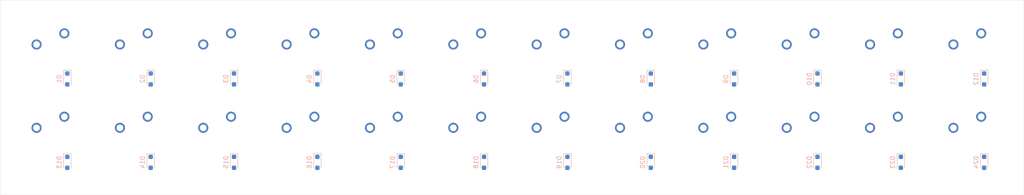
<source format=kicad_pcb>
(kicad_pcb (version 20241229) (generator "pcbnew") (generator_version "9.0")
  (layers (0 "F.Cu" signal) (2 "B.Cu" signal) (13 "F.Paste" user) (15 "B.Paste" user) (5 "F.SilkS" user "F.Silkscreen") (7 "B.SilkS" user "B.Silkscreen") (1 "F.Mask" user) (3 "B.Mask" user) (25 "Edge.Cuts" user))
  (net 0 "")
  (net 1 "Net-(D1-A)")
  (net 3 "Net-(D2-A)")
  (net 6 "Net-(D3-A)")
  (net 7 "Net-(D4-A)")
  (net 9 "Net-(D5-A)")
  (net 11 "Net-(D6-A)")
  (net 14 "Net-(D7-A)")
  (net 15 "Net-(D8-A)")
  (net 17 "Net-(D9-A)")
  (net 19 "Net-(D10-A)")
  (net 21 "Net-(D11-A)")
  (net 24 "Net-(D12-A)")
  (net 25 "Net-(D13-A)")
  (net 27 "Net-(D14-A)")
  (net 30 "Net-(D15-A)")
  (net 32 "Net-(D16-A)")
  (net 34 "Net-(D17-A)")
  (net 36 "Net-(D18-A)")
  (net 38 "Net-(D19-A)")
  (net 40 "Net-(D20-A)")
  (net 41 "Net-(D21-A)")
  (net 44 "Net-(D22-A)")
  (net 45 "Net-(D23-A)")
  (net 48 "Net-(D24-A)")
  (footprint "My-Fi Footprints:SW_MX_1u" (layer "F.Cu") (at 139.23 35.77)
    (property "Reference" "MX6" (hide yes))
    (property "Value" "MX_SW_solder")
    (pad "" np_thru_hole circle (at -5.08 0) (size 1.7 1.7) (drill 1.7) (layers "*.Cu" "*.Mask"))
    (pad "" np_thru_hole circle (at 0 0) (size 3.9878 3.9878) (drill 3.9878) (layers "*.Cu" "*.Mask"))
    (pad "" np_thru_hole circle (at 5.08 0) (size 1.7 1.7) (drill 1.7) (layers "*.Cu" "*.Mask"))
    (pad "1" thru_hole circle (at -3.81 -2.54) (size 2.3 2.3) (drill 1.524) (layers "*.Cu" "B.Mask"))
    (pad "2" thru_hole circle (at 2.54 -5.08) (size 2.3 2.3) (drill 1.524) (layers "*.Cu" "B.Mask") (net 11 "Net-(D6-A)"))
  )
  (footprint "My-Fi Footprints:SW_MX_1u" (layer "F.Cu") (at 139.23 54.82)
    (property "Reference" "MX18" (hide yes))
    (property "Value" "MX_SW_solder")
    (pad "" np_thru_hole circle (at -5.08 0) (size 1.7 1.7) (drill 1.7) (layers "*.Cu" "*.Mask"))
    (pad "" np_thru_hole circle (at 0 0) (size 3.9878 3.9878) (drill 3.9878) (layers "*.Cu" "*.Mask"))
    (pad "" np_thru_hole circle (at 5.08 0) (size 1.7 1.7) (drill 1.7) (layers "*.Cu" "*.Mask"))
    (pad "1" thru_hole circle (at -3.81 -2.54) (size 2.3 2.3) (drill 1.524) (layers "*.Cu" "B.Mask"))
    (pad "2" thru_hole circle (at 2.54 -5.08) (size 2.3 2.3) (drill 1.524) (layers "*.Cu" "B.Mask") (net 36 "Net-(D18-A)"))
  )
  (footprint "My-Fi Footprints:SW_MX_1u" (layer "F.Cu") (at 63.03 35.77)
    (property "Reference" "MX2" (hide yes))
    (property "Value" "MX_SW_solder")
    (pad "" np_thru_hole circle (at -5.08 0) (size 1.7 1.7) (drill 1.7) (layers "*.Cu" "*.Mask"))
    (pad "" np_thru_hole circle (at 0 0) (size 3.9878 3.9878) (drill 3.9878) (layers "*.Cu" "*.Mask"))
    (pad "" np_thru_hole circle (at 5.08 0) (size 1.7 1.7) (drill 1.7) (layers "*.Cu" "*.Mask"))
    (pad "1" thru_hole circle (at -3.81 -2.54) (size 2.3 2.3) (drill 1.524) (layers "*.Cu" "B.Mask"))
    (pad "2" thru_hole circle (at 2.54 -5.08) (size 2.3 2.3) (drill 1.524) (layers "*.Cu" "B.Mask") (net 3 "Net-(D2-A)"))
  )
  (footprint "My-Fi Footprints:SW_MX_1u" (layer "F.Cu") (at 43.98 35.77)
    (property "Reference" "MX1" (hide yes))
    (property "Value" "MX_SW_solder")
    (pad "" np_thru_hole circle (at -5.08 0) (size 1.7 1.7) (drill 1.7) (layers "*.Cu" "*.Mask"))
    (pad "" np_thru_hole circle (at 0 0) (size 3.9878 3.9878) (drill 3.9878) (layers "*.Cu" "*.Mask"))
    (pad "" np_thru_hole circle (at 5.08 0) (size 1.7 1.7) (drill 1.7) (layers "*.Cu" "*.Mask"))
    (pad "1" thru_hole circle (at -3.81 -2.54) (size 2.3 2.3) (drill 1.524) (layers "*.Cu" "B.Mask"))
    (pad "2" thru_hole circle (at 2.54 -5.08) (size 2.3 2.3) (drill 1.524) (layers "*.Cu" "B.Mask") (net 1 "Net-(D1-A)"))
  )
  (footprint "My-Fi Footprints:SW_MX_1u" (layer "F.Cu") (at 101.13 35.77)
    (property "Reference" "MX4" (hide yes))
    (property "Value" "MX_SW_solder")
    (pad "" np_thru_hole circle (at -5.08 0) (size 1.7 1.7) (drill 1.7) (layers "*.Cu" "*.Mask"))
    (pad "" np_thru_hole circle (at 0 0) (size 3.9878 3.9878) (drill 3.9878) (layers "*.Cu" "*.Mask"))
    (pad "" np_thru_hole circle (at 5.08 0) (size 1.7 1.7) (drill 1.7) (layers "*.Cu" "*.Mask"))
    (pad "1" thru_hole circle (at -3.81 -2.54) (size 2.3 2.3) (drill 1.524) (layers "*.Cu" "B.Mask"))
    (pad "2" thru_hole circle (at 2.54 -5.08) (size 2.3 2.3) (drill 1.524) (layers "*.Cu" "B.Mask") (net 7 "Net-(D4-A)"))
  )
  (footprint "My-Fi Footprints:SW_MX_1u" (layer "F.Cu") (at 101.13 54.82)
    (property "Reference" "MX16" (hide yes))
    (property "Value" "MX_SW_solder")
    (pad "" np_thru_hole circle (at -5.08 0) (size 1.7 1.7) (drill 1.7) (layers "*.Cu" "*.Mask"))
    (pad "" np_thru_hole circle (at 0 0) (size 3.9878 3.9878) (drill 3.9878) (layers "*.Cu" "*.Mask"))
    (pad "" np_thru_hole circle (at 5.08 0) (size 1.7 1.7) (drill 1.7) (layers "*.Cu" "*.Mask"))
    (pad "1" thru_hole circle (at -3.81 -2.54) (size 2.3 2.3) (drill 1.524) (layers "*.Cu" "B.Mask"))
    (pad "2" thru_hole circle (at 2.54 -5.08) (size 2.3 2.3) (drill 1.524) (layers "*.Cu" "B.Mask") (net 32 "Net-(D16-A)"))
  )
  (footprint "My-Fi Footprints:SW_MX_1u" (layer "F.Cu") (at 158.28 35.77)
    (property "Reference" "MX7" (hide yes))
    (property "Value" "MX_SW_solder")
    (pad "" np_thru_hole circle (at -5.08 0) (size 1.7 1.7) (drill 1.7) (layers "*.Cu" "*.Mask"))
    (pad "" np_thru_hole circle (at 0 0) (size 3.9878 3.9878) (drill 3.9878) (layers "*.Cu" "*.Mask"))
    (pad "" np_thru_hole circle (at 5.08 0) (size 1.7 1.7) (drill 1.7) (layers "*.Cu" "*.Mask"))
    (pad "1" thru_hole circle (at -3.81 -2.54) (size 2.3 2.3) (drill 1.524) (layers "*.Cu" "B.Mask"))
    (pad "2" thru_hole circle (at 2.54 -5.08) (size 2.3 2.3) (drill 1.524) (layers "*.Cu" "B.Mask") (net 14 "Net-(D7-A)"))
  )
  (footprint "My-Fi Footprints:SW_MX_1u" (layer "F.Cu") (at 253.53 35.77)
    (property "Reference" "MX12" (hide yes))
    (property "Value" "MX_SW_solder")
    (pad "" np_thru_hole circle (at -5.08 0) (size 1.7 1.7) (drill 1.7) (layers "*.Cu" "*.Mask"))
    (pad "" np_thru_hole circle (at 0 0) (size 3.9878 3.9878) (drill 3.9878) (layers "*.Cu" "*.Mask"))
    (pad "" np_thru_hole circle (at 5.08 0) (size 1.7 1.7) (drill 1.7) (layers "*.Cu" "*.Mask"))
    (pad "1" thru_hole circle (at -3.81 -2.54) (size 2.3 2.3) (drill 1.524) (layers "*.Cu" "B.Mask"))
    (pad "2" thru_hole circle (at 2.54 -5.08) (size 2.3 2.3) (drill 1.524) (layers "*.Cu" "B.Mask") (net 24 "Net-(D12-A)"))
  )
  (footprint "My-Fi Footprints:SW_MX_1u" (layer "F.Cu") (at 177.33 35.77)
    (property "Reference" "MX8" (hide yes))
    (property "Value" "MX_SW_solder")
    (pad "" np_thru_hole circle (at -5.08 0) (size 1.7 1.7) (drill 1.7) (layers "*.Cu" "*.Mask"))
    (pad "" np_thru_hole circle (at 0 0) (size 3.9878 3.9878) (drill 3.9878) (layers "*.Cu" "*.Mask"))
    (pad "" np_thru_hole circle (at 5.08 0) (size 1.7 1.7) (drill 1.7) (layers "*.Cu" "*.Mask"))
    (pad "1" thru_hole circle (at -3.81 -2.54) (size 2.3 2.3) (drill 1.524) (layers "*.Cu" "B.Mask"))
    (pad "2" thru_hole circle (at 2.54 -5.08) (size 2.3 2.3) (drill 1.524) (layers "*.Cu" "B.Mask") (net 15 "Net-(D8-A)"))
  )
  (footprint "My-Fi Footprints:SW_MX_1u" (layer "F.Cu") (at 196.38 35.77)
    (property "Reference" "MX9" (hide yes))
    (property "Value" "MX_SW_solder")
    (pad "" np_thru_hole circle (at -5.08 0) (size 1.7 1.7) (drill 1.7) (layers "*.Cu" "*.Mask"))
    (pad "" np_thru_hole circle (at 0 0) (size 3.9878 3.9878) (drill 3.9878) (layers "*.Cu" "*.Mask"))
    (pad "" np_thru_hole circle (at 5.08 0) (size 1.7 1.7) (drill 1.7) (layers "*.Cu" "*.Mask"))
    (pad "1" thru_hole circle (at -3.81 -2.54) (size 2.3 2.3) (drill 1.524) (layers "*.Cu" "B.Mask"))
    (pad "2" thru_hole circle (at 2.54 -5.08) (size 2.3 2.3) (drill 1.524) (layers "*.Cu" "B.Mask") (net 17 "Net-(D9-A)"))
  )
  (footprint "My-Fi Footprints:SW_MX_1u" (layer "F.Cu") (at 177.33 54.82)
    (property "Reference" "MX20" (hide yes))
    (property "Value" "MX_SW_solder")
    (pad "" np_thru_hole circle (at -5.08 0) (size 1.7 1.7) (drill 1.7) (layers "*.Cu" "*.Mask"))
    (pad "" np_thru_hole circle (at 0 0) (size 3.9878 3.9878) (drill 3.9878) (layers "*.Cu" "*.Mask"))
    (pad "" np_thru_hole circle (at 5.08 0) (size 1.7 1.7) (drill 1.7) (layers "*.Cu" "*.Mask"))
    (pad "1" thru_hole circle (at -3.81 -2.54) (size 2.3 2.3) (drill 1.524) (layers "*.Cu" "B.Mask"))
    (pad "2" thru_hole circle (at 2.54 -5.08) (size 2.3 2.3) (drill 1.524) (layers "*.Cu" "B.Mask") (net 40 "Net-(D20-A)"))
  )
  (footprint "My-Fi Footprints:SW_MX_1u" (layer "F.Cu") (at 82.08 35.77)
    (property "Reference" "MX3" (hide yes))
    (property "Value" "MX_SW_solder")
    (pad "" np_thru_hole circle (at -5.08 0) (size 1.7 1.7) (drill 1.7) (layers "*.Cu" "*.Mask"))
    (pad "" np_thru_hole circle (at 0 0) (size 3.9878 3.9878) (drill 3.9878) (layers "*.Cu" "*.Mask"))
    (pad "" np_thru_hole circle (at 5.08 0) (size 1.7 1.7) (drill 1.7) (layers "*.Cu" "*.Mask"))
    (pad "1" thru_hole circle (at -3.81 -2.54) (size 2.3 2.3) (drill 1.524) (layers "*.Cu" "B.Mask"))
    (pad "2" thru_hole circle (at 2.54 -5.08) (size 2.3 2.3) (drill 1.524) (layers "*.Cu" "B.Mask") (net 6 "Net-(D3-A)"))
  )
  (footprint "My-Fi Footprints:SW_MX_1u" (layer "F.Cu") (at 120.18 35.77)
    (property "Reference" "MX5" (hide yes))
    (property "Value" "MX_SW_solder")
    (pad "" np_thru_hole circle (at -5.08 0) (size 1.7 1.7) (drill 1.7) (layers "*.Cu" "*.Mask"))
    (pad "" np_thru_hole circle (at 0 0) (size 3.9878 3.9878) (drill 3.9878) (layers "*.Cu" "*.Mask"))
    (pad "" np_thru_hole circle (at 5.08 0) (size 1.7 1.7) (drill 1.7) (layers "*.Cu" "*.Mask"))
    (pad "1" thru_hole circle (at -3.81 -2.54) (size 2.3 2.3) (drill 1.524) (layers "*.Cu" "B.Mask"))
    (pad "2" thru_hole circle (at 2.54 -5.08) (size 2.3 2.3) (drill 1.524) (layers "*.Cu" "B.Mask") (net 9 "Net-(D5-A)"))
  )
  (footprint "My-Fi Footprints:SW_MX_1u" (layer "F.Cu") (at 63.03 54.82)
    (property "Reference" "MX14" (hide yes))
    (property "Value" "MX_SW_solder")
    (pad "" np_thru_hole circle (at -5.08 0) (size 1.7 1.7) (drill 1.7) (layers "*.Cu" "*.Mask"))
    (pad "" np_thru_hole circle (at 0 0) (size 3.9878 3.9878) (drill 3.9878) (layers "*.Cu" "*.Mask"))
    (pad "" np_thru_hole circle (at 5.08 0) (size 1.7 1.7) (drill 1.7) (layers "*.Cu" "*.Mask"))
    (pad "1" thru_hole circle (at -3.81 -2.54) (size 2.3 2.3) (drill 1.524) (layers "*.Cu" "B.Mask"))
    (pad "2" thru_hole circle (at 2.54 -5.08) (size 2.3 2.3) (drill 1.524) (layers "*.Cu" "B.Mask") (net 27 "Net-(D14-A)"))
  )
  (footprint "My-Fi Footprints:SW_MX_1u" (layer "F.Cu") (at 234.48 54.82)
    (property "Reference" "MX23" (hide yes))
    (property "Value" "MX_SW_solder")
    (pad "" np_thru_hole circle (at -5.08 0) (size 1.7 1.7) (drill 1.7) (layers "*.Cu" "*.Mask"))
    (pad "" np_thru_hole circle (at 0 0) (size 3.9878 3.9878) (drill 3.9878) (layers "*.Cu" "*.Mask"))
    (pad "" np_thru_hole circle (at 5.08 0) (size 1.7 1.7) (drill 1.7) (layers "*.Cu" "*.Mask"))
    (pad "1" thru_hole circle (at -3.81 -2.54) (size 2.3 2.3) (drill 1.524) (layers "*.Cu" "B.Mask"))
    (pad "2" thru_hole circle (at 2.54 -5.08) (size 2.3 2.3) (drill 1.524) (layers "*.Cu" "B.Mask") (net 45 "Net-(D23-A)"))
  )
  (footprint "My-Fi Footprints:SW_MX_1u" (layer "F.Cu") (at 253.53 54.82)
    (property "Reference" "MX24" (hide yes))
    (property "Value" "MX_SW_solder")
    (pad "" np_thru_hole circle (at -5.08 0) (size 1.7 1.7) (drill 1.7) (layers "*.Cu" "*.Mask"))
    (pad "" np_thru_hole circle (at 0 0) (size 3.9878 3.9878) (drill 3.9878) (layers "*.Cu" "*.Mask"))
    (pad "" np_thru_hole circle (at 5.08 0) (size 1.7 1.7) (drill 1.7) (layers "*.Cu" "*.Mask"))
    (pad "1" thru_hole circle (at -3.81 -2.54) (size 2.3 2.3) (drill 1.524) (layers "*.Cu" "B.Mask"))
    (pad "2" thru_hole circle (at 2.54 -5.08) (size 2.3 2.3) (drill 1.524) (layers "*.Cu" "B.Mask") (net 48 "Net-(D24-A)"))
  )
  (footprint "My-Fi Footprints:SW_MX_1u" (layer "F.Cu") (at 158.28 54.82)
    (property "Reference" "MX19" (hide yes))
    (property "Value" "MX_SW_solder")
    (pad "" np_thru_hole circle (at -5.08 0) (size 1.7 1.7) (drill 1.7) (layers "*.Cu" "*.Mask"))
    (pad "" np_thru_hole circle (at 0 0) (size 3.9878 3.9878) (drill 3.9878) (layers "*.Cu" "*.Mask"))
    (pad "" np_thru_hole circle (at 5.08 0) (size 1.7 1.7) (drill 1.7) (layers "*.Cu" "*.Mask"))
    (pad "1" thru_hole circle (at -3.81 -2.54) (size 2.3 2.3) (drill 1.524) (layers "*.Cu" "B.Mask"))
    (pad "2" thru_hole circle (at 2.54 -5.08) (size 2.3 2.3) (drill 1.524) (layers "*.Cu" "B.Mask") (net 38 "Net-(D19-A)"))
  )
  (footprint "My-Fi Footprints:SW_MX_1u" (layer "F.Cu") (at 215.43 35.77)
    (property "Reference" "MX10" (hide yes))
    (property "Value" "MX_SW_solder")
    (pad "" np_thru_hole circle (at -5.08 0) (size 1.7 1.7) (drill 1.7) (layers "*.Cu" "*.Mask"))
    (pad "" np_thru_hole circle (at 0 0) (size 3.9878 3.9878) (drill 3.9878) (layers "*.Cu" "*.Mask"))
    (pad "" np_thru_hole circle (at 5.08 0) (size 1.7 1.7) (drill 1.7) (layers "*.Cu" "*.Mask"))
    (pad "1" thru_hole circle (at -3.81 -2.54) (size 2.3 2.3) (drill 1.524) (layers "*.Cu" "B.Mask"))
    (pad "2" thru_hole circle (at 2.54 -5.08) (size 2.3 2.3) (drill 1.524) (layers "*.Cu" "B.Mask") (net 19 "Net-(D10-A)"))
  )
  (footprint "My-Fi Footprints:SW_MX_1u" (layer "F.Cu") (at 120.18 54.82)
    (property "Reference" "MX17" (hide yes))
    (property "Value" "MX_SW_solder")
    (pad "" np_thru_hole circle (at -5.08 0) (size 1.7 1.7) (drill 1.7) (layers "*.Cu" "*.Mask"))
    (pad "" np_thru_hole circle (at 0 0) (size 3.9878 3.9878) (drill 3.9878) (layers "*.Cu" "*.Mask"))
    (pad "" np_thru_hole circle (at 5.08 0) (size 1.7 1.7) (drill 1.7) (layers "*.Cu" "*.Mask"))
    (pad "1" thru_hole circle (at -3.81 -2.54) (size 2.3 2.3) (drill 1.524) (layers "*.Cu" "B.Mask"))
    (pad "2" thru_hole circle (at 2.54 -5.08) (size 2.3 2.3) (drill 1.524) (layers "*.Cu" "B.Mask") (net 34 "Net-(D17-A)"))
  )
  (footprint "My-Fi Footprints:SW_MX_1u" (layer "F.Cu") (at 43.98 54.82)
    (property "Reference" "MX13" (hide yes))
    (property "Value" "MX_SW_solder")
    (pad "" np_thru_hole circle (at -5.08 0) (size 1.7 1.7) (drill 1.7) (layers "*.Cu" "*.Mask"))
    (pad "" np_thru_hole circle (at 0 0) (size 3.9878 3.9878) (drill 3.9878) (layers "*.Cu" "*.Mask"))
    (pad "" np_thru_hole circle (at 5.08 0) (size 1.7 1.7) (drill 1.7) (layers "*.Cu" "*.Mask"))
    (pad "1" thru_hole circle (at -3.81 -2.54) (size 2.3 2.3) (drill 1.524) (layers "*.Cu" "B.Mask"))
    (pad "2" thru_hole circle (at 2.54 -5.08) (size 2.3 2.3) (drill 1.524) (layers "*.Cu" "B.Mask") (net 25 "Net-(D13-A)"))
  )
  (footprint "My-Fi Footprints:SW_MX_1u" (layer "F.Cu") (at 215.43 54.82)
    (property "Reference" "MX22" (hide yes))
    (property "Value" "MX_SW_solder")
    (pad "" np_thru_hole circle (at -5.08 0) (size 1.7 1.7) (drill 1.7) (layers "*.Cu" "*.Mask"))
    (pad "" np_thru_hole circle (at 0 0) (size 3.9878 3.9878) (drill 3.9878) (layers "*.Cu" "*.Mask"))
    (pad "" np_thru_hole circle (at 5.08 0) (size 1.7 1.7) (drill 1.7) (layers "*.Cu" "*.Mask"))
    (pad "1" thru_hole circle (at -3.81 -2.54) (size 2.3 2.3) (drill 1.524) (layers "*.Cu" "B.Mask"))
    (pad "2" thru_hole circle (at 2.54 -5.08) (size 2.3 2.3) (drill 1.524) (layers "*.Cu" "B.Mask") (net 44 "Net-(D22-A)"))
  )
  (footprint "My-Fi Footprints:SW_MX_1u" (layer "F.Cu") (at 234.48 35.77)
    (property "Reference" "MX11" (hide yes))
    (property "Value" "MX_SW_solder")
    (pad "" np_thru_hole circle (at -5.08 0) (size 1.7 1.7) (drill 1.7) (layers "*.Cu" "*.Mask"))
    (pad "" np_thru_hole circle (at 0 0) (size 3.9878 3.9878) (drill 3.9878) (layers "*.Cu" "*.Mask"))
    (pad "" np_thru_hole circle (at 5.08 0) (size 1.7 1.7) (drill 1.7) (layers "*.Cu" "*.Mask"))
    (pad "1" thru_hole circle (at -3.81 -2.54) (size 2.3 2.3) (drill 1.524) (layers "*.Cu" "B.Mask"))
    (pad "2" thru_hole circle (at 2.54 -5.08) (size 2.3 2.3) (drill 1.524) (layers "*.Cu" "B.Mask") (net 21 "Net-(D11-A)"))
  )
  (footprint "My-Fi Footprints:SW_MX_1u" (layer "F.Cu") (at 82.08 54.82)
    (property "Reference" "MX15" (hide yes))
    (property "Value" "MX_SW_solder")
    (pad "" np_thru_hole circle (at -5.08 0) (size 1.7 1.7) (drill 1.7) (layers "*.Cu" "*.Mask"))
    (pad "" np_thru_hole circle (at 0 0) (size 3.9878 3.9878) (drill 3.9878) (layers "*.Cu" "*.Mask"))
    (pad "" np_thru_hole circle (at 5.08 0) (size 1.7 1.7) (drill 1.7) (layers "*.Cu" "*.Mask"))
    (pad "1" thru_hole circle (at -3.81 -2.54) (size 2.3 2.3) (drill 1.524) (layers "*.Cu" "B.Mask"))
    (pad "2" thru_hole circle (at 2.54 -5.08) (size 2.3 2.3) (drill 1.524) (layers "*.Cu" "B.Mask") (net 30 "Net-(D15-A)"))
  )
  (footprint "My-Fi Footprints:SW_MX_1u" (layer "F.Cu") (at 196.38 54.82)
    (property "Reference" "MX21" (hide yes))
    (property "Value" "MX_SW_solder")
    (pad "" np_thru_hole circle (at -5.08 0) (size 1.7 1.7) (drill 1.7) (layers "*.Cu" "*.Mask"))
    (pad "" np_thru_hole circle (at 0 0) (size 3.9878 3.9878) (drill 3.9878) (layers "*.Cu" "*.Mask"))
    (pad "" np_thru_hole circle (at 5.08 0) (size 1.7 1.7) (drill 1.7) (layers "*.Cu" "*.Mask"))
    (pad "1" thru_hole circle (at -3.81 -2.54) (size 2.3 2.3) (drill 1.524) (layers "*.Cu" "B.Mask"))
    (pad "2" thru_hole circle (at 2.54 -5.08) (size 2.3 2.3) (drill 1.524) (layers "*.Cu" "B.Mask") (net 41 "Net-(D21-A)"))
  )
  (footprint "Diode_SMD:D_SOD-323_HandSoldering" (layer "B.Cu") (at 104.35 60.159999 -90)
    (property "Reference" "D16" (at 0 1.85 90) (layer "B.SilkS") (effects (justify mirror)))
    (property "Value" "1N4148")
    (fp_line (start -2.01 0.85) (end 1.25 0.85) (stroke (width 0.12)) (layer "B.SilkS"))
    (fp_line (start -2.01 0.85) (end -2.01 -0.85) (stroke (width 0.12)) (layer "B.SilkS"))
    (fp_line (start -2.01 -0.85) (end 1.25 -0.85) (stroke (width 0.12)) (layer "B.SilkS"))
    (pad "1" smd roundrect (at -1.25 0 270) (size 1 1) (layers "B.Cu" "B.Mask" "B.Paste"))
    (pad "2" smd roundrect (at 1.25 0 270) (size 1 1) (layers "B.Cu" "B.Mask" "B.Paste") (net 32 "Net-(D16-A)"))
  )
  (footprint "Diode_SMD:D_SOD-323_HandSoldering" (layer "B.Cu") (at 237.7 41.109999 -90)
    (property "Reference" "D11" (at 0 1.85 90) (layer "B.SilkS") (effects (justify mirror)))
    (property "Value" "1N4148")
    (fp_line (start -2.01 0.85) (end 1.25 0.85) (stroke (width 0.12)) (layer "B.SilkS"))
    (fp_line (start -2.01 0.85) (end -2.01 -0.85) (stroke (width 0.12)) (layer "B.SilkS"))
    (fp_line (start -2.01 -0.85) (end 1.25 -0.85) (stroke (width 0.12)) (layer "B.SilkS"))
    (pad "1" smd roundrect (at -1.25 0 270) (size 1 1) (layers "B.Cu" "B.Mask" "B.Paste"))
    (pad "2" smd roundrect (at 1.25 0 270) (size 1 1) (layers "B.Cu" "B.Mask" "B.Paste") (net 21 "Net-(D11-A)"))
  )
  (footprint "Diode_SMD:D_SOD-323_HandSoldering" (layer "B.Cu") (at 142.45 41.109999 -90)
    (property "Reference" "D6" (at 0 1.85 90) (layer "B.SilkS") (effects (justify mirror)))
    (property "Value" "1N4148")
    (fp_line (start -2.01 0.85) (end 1.25 0.85) (stroke (width 0.12)) (layer "B.SilkS"))
    (fp_line (start -2.01 0.85) (end -2.01 -0.85) (stroke (width 0.12)) (layer "B.SilkS"))
    (fp_line (start -2.01 -0.85) (end 1.25 -0.85) (stroke (width 0.12)) (layer "B.SilkS"))
    (pad "1" smd roundrect (at -1.25 0 270) (size 1 1) (layers "B.Cu" "B.Mask" "B.Paste"))
    (pad "2" smd roundrect (at 1.25 0 270) (size 1 1) (layers "B.Cu" "B.Mask" "B.Paste") (net 11 "Net-(D6-A)"))
  )
  (footprint "Diode_SMD:D_SOD-323_HandSoldering" (layer "B.Cu") (at 123.4 41.109999 -90)
    (property "Reference" "D5" (at 0 1.85 90) (layer "B.SilkS") (effects (justify mirror)))
    (property "Value" "1N4148")
    (fp_line (start -2.01 0.85) (end 1.25 0.85) (stroke (width 0.12)) (layer "B.SilkS"))
    (fp_line (start -2.01 0.85) (end -2.01 -0.85) (stroke (width 0.12)) (layer "B.SilkS"))
    (fp_line (start -2.01 -0.85) (end 1.25 -0.85) (stroke (width 0.12)) (layer "B.SilkS"))
    (pad "1" smd roundrect (at -1.25 0 270) (size 1 1) (layers "B.Cu" "B.Mask" "B.Paste"))
    (pad "2" smd roundrect (at 1.25 0 270) (size 1 1) (layers "B.Cu" "B.Mask" "B.Paste") (net 9 "Net-(D5-A)"))
  )
  (footprint "Diode_SMD:D_SOD-323_HandSoldering" (layer "B.Cu") (at 199.6 41.109999 -90)
    (property "Reference" "D9" (at 0 1.85 90) (layer "B.SilkS") (effects (justify mirror)))
    (property "Value" "1N4148")
    (fp_line (start -2.01 0.85) (end 1.25 0.85) (stroke (width 0.12)) (layer "B.SilkS"))
    (fp_line (start -2.01 0.85) (end -2.01 -0.85) (stroke (width 0.12)) (layer "B.SilkS"))
    (fp_line (start -2.01 -0.85) (end 1.25 -0.85) (stroke (width 0.12)) (layer "B.SilkS"))
    (pad "1" smd roundrect (at -1.25 0 270) (size 1 1) (layers "B.Cu" "B.Mask" "B.Paste"))
    (pad "2" smd roundrect (at 1.25 0 270) (size 1 1) (layers "B.Cu" "B.Mask" "B.Paste") (net 17 "Net-(D9-A)"))
  )
  (footprint "Diode_SMD:D_SOD-323_HandSoldering" (layer "B.Cu") (at 85.3 41.109999 -90)
    (property "Reference" "D3" (at 0 1.85 90) (layer "B.SilkS") (effects (justify mirror)))
    (property "Value" "1N4148")
    (fp_line (start -2.01 0.85) (end 1.25 0.85) (stroke (width 0.12)) (layer "B.SilkS"))
    (fp_line (start -2.01 0.85) (end -2.01 -0.85) (stroke (width 0.12)) (layer "B.SilkS"))
    (fp_line (start -2.01 -0.85) (end 1.25 -0.85) (stroke (width 0.12)) (layer "B.SilkS"))
    (pad "1" smd roundrect (at -1.25 0 270) (size 1 1) (layers "B.Cu" "B.Mask" "B.Paste"))
    (pad "2" smd roundrect (at 1.25 0 270) (size 1 1) (layers "B.Cu" "B.Mask" "B.Paste") (net 6 "Net-(D3-A)"))
  )
  (footprint "Diode_SMD:D_SOD-323_HandSoldering" (layer "B.Cu") (at 142.45 60.159999 -90)
    (property "Reference" "D18" (at 0 1.85 90) (layer "B.SilkS") (effects (justify mirror)))
    (property "Value" "1N4148")
    (fp_line (start -2.01 0.85) (end 1.25 0.85) (stroke (width 0.12)) (layer "B.SilkS"))
    (fp_line (start -2.01 0.85) (end -2.01 -0.85) (stroke (width 0.12)) (layer "B.SilkS"))
    (fp_line (start -2.01 -0.85) (end 1.25 -0.85) (stroke (width 0.12)) (layer "B.SilkS"))
    (pad "1" smd roundrect (at -1.25 0 270) (size 1 1) (layers "B.Cu" "B.Mask" "B.Paste"))
    (pad "2" smd roundrect (at 1.25 0 270) (size 1 1) (layers "B.Cu" "B.Mask" "B.Paste") (net 36 "Net-(D18-A)"))
  )
  (footprint "Diode_SMD:D_SOD-323_HandSoldering" (layer "B.Cu") (at 218.65 60.159999 -90)
    (property "Reference" "D22" (at 0 1.85 90) (layer "B.SilkS") (effects (justify mirror)))
    (property "Value" "1N4148")
    (fp_line (start -2.01 0.85) (end 1.25 0.85) (stroke (width 0.12)) (layer "B.SilkS"))
    (fp_line (start -2.01 0.85) (end -2.01 -0.85) (stroke (width 0.12)) (layer "B.SilkS"))
    (fp_line (start -2.01 -0.85) (end 1.25 -0.85) (stroke (width 0.12)) (layer "B.SilkS"))
    (pad "1" smd roundrect (at -1.25 0 270) (size 1 1) (layers "B.Cu" "B.Mask" "B.Paste"))
    (pad "2" smd roundrect (at 1.25 0 270) (size 1 1) (layers "B.Cu" "B.Mask" "B.Paste") (net 44 "Net-(D22-A)"))
  )
  (footprint "Diode_SMD:D_SOD-323_HandSoldering" (layer "B.Cu") (at 180.55 41.109999 -90)
    (property "Reference" "D8" (at 0 1.85 90) (layer "B.SilkS") (effects (justify mirror)))
    (property "Value" "1N4148")
    (fp_line (start -2.01 0.85) (end 1.25 0.85) (stroke (width 0.12)) (layer "B.SilkS"))
    (fp_line (start -2.01 0.85) (end -2.01 -0.85) (stroke (width 0.12)) (layer "B.SilkS"))
    (fp_line (start -2.01 -0.85) (end 1.25 -0.85) (stroke (width 0.12)) (layer "B.SilkS"))
    (pad "1" smd roundrect (at -1.25 0 270) (size 1 1) (layers "B.Cu" "B.Mask" "B.Paste"))
    (pad "2" smd roundrect (at 1.25 0 270) (size 1 1) (layers "B.Cu" "B.Mask" "B.Paste") (net 15 "Net-(D8-A)"))
  )
  (footprint "Diode_SMD:D_SOD-323_HandSoldering" (layer "B.Cu") (at 47.2 60.159999 -90)
    (property "Reference" "D13" (at 0 1.85 90) (layer "B.SilkS") (effects (justify mirror)))
    (property "Value" "1N4148")
    (fp_line (start -2.01 0.85) (end 1.25 0.85) (stroke (width 0.12)) (layer "B.SilkS"))
    (fp_line (start -2.01 0.85) (end -2.01 -0.85) (stroke (width 0.12)) (layer "B.SilkS"))
    (fp_line (start -2.01 -0.85) (end 1.25 -0.85) (stroke (width 0.12)) (layer "B.SilkS"))
    (pad "1" smd roundrect (at -1.25 0 270) (size 1 1) (layers "B.Cu" "B.Mask" "B.Paste"))
    (pad "2" smd roundrect (at 1.25 0 270) (size 1 1) (layers "B.Cu" "B.Mask" "B.Paste") (net 25 "Net-(D13-A)"))
  )
  (footprint "Diode_SMD:D_SOD-323_HandSoldering" (layer "B.Cu") (at 256.75 41.109999 -90)
    (property "Reference" "D12" (at 0 1.85 90) (layer "B.SilkS") (effects (justify mirror)))
    (property "Value" "1N4148")
    (fp_line (start -2.01 0.85) (end 1.25 0.85) (stroke (width 0.12)) (layer "B.SilkS"))
    (fp_line (start -2.01 0.85) (end -2.01 -0.85) (stroke (width 0.12)) (layer "B.SilkS"))
    (fp_line (start -2.01 -0.85) (end 1.25 -0.85) (stroke (width 0.12)) (layer "B.SilkS"))
    (pad "1" smd roundrect (at -1.25 0 270) (size 1 1) (layers "B.Cu" "B.Mask" "B.Paste"))
    (pad "2" smd roundrect (at 1.25 0 270) (size 1 1) (layers "B.Cu" "B.Mask" "B.Paste") (net 24 "Net-(D12-A)"))
  )
  (footprint "Diode_SMD:D_SOD-323_HandSoldering" (layer "B.Cu") (at 123.4 60.159999 -90)
    (property "Reference" "D17" (at 0 1.85 90) (layer "B.SilkS") (effects (justify mirror)))
    (property "Value" "1N4148")
    (fp_line (start -2.01 0.85) (end 1.25 0.85) (stroke (width 0.12)) (layer "B.SilkS"))
    (fp_line (start -2.01 0.85) (end -2.01 -0.85) (stroke (width 0.12)) (layer "B.SilkS"))
    (fp_line (start -2.01 -0.85) (end 1.25 -0.85) (stroke (width 0.12)) (layer "B.SilkS"))
    (pad "1" smd roundrect (at -1.25 0 270) (size 1 1) (layers "B.Cu" "B.Mask" "B.Paste"))
    (pad "2" smd roundrect (at 1.25 0 270) (size 1 1) (layers "B.Cu" "B.Mask" "B.Paste") (net 34 "Net-(D17-A)"))
  )
  (footprint "Diode_SMD:D_SOD-323_HandSoldering" (layer "B.Cu") (at 199.6 60.159999 -90)
    (property "Reference" "D21" (at 0 1.85 90) (layer "B.SilkS") (effects (justify mirror)))
    (property "Value" "1N4148")
    (fp_line (start -2.01 0.85) (end 1.25 0.85) (stroke (width 0.12)) (layer "B.SilkS"))
    (fp_line (start -2.01 0.85) (end -2.01 -0.85) (stroke (width 0.12)) (layer "B.SilkS"))
    (fp_line (start -2.01 -0.85) (end 1.25 -0.85) (stroke (width 0.12)) (layer "B.SilkS"))
    (pad "1" smd roundrect (at -1.25 0 270) (size 1 1) (layers "B.Cu" "B.Mask" "B.Paste"))
    (pad "2" smd roundrect (at 1.25 0 270) (size 1 1) (layers "B.Cu" "B.Mask" "B.Paste") (net 41 "Net-(D21-A)"))
  )
  (footprint "Diode_SMD:D_SOD-323_HandSoldering" (layer "B.Cu") (at 218.65 41.109999 -90)
    (property "Reference" "D10" (at 0 1.85 90) (layer "B.SilkS") (effects (justify mirror)))
    (property "Value" "1N4148")
    (fp_line (start -2.01 0.85) (end 1.25 0.85) (stroke (width 0.12)) (layer "B.SilkS"))
    (fp_line (start -2.01 0.85) (end -2.01 -0.85) (stroke (width 0.12)) (layer "B.SilkS"))
    (fp_line (start -2.01 -0.85) (end 1.25 -0.85) (stroke (width 0.12)) (layer "B.SilkS"))
    (pad "1" smd roundrect (at -1.25 0 270) (size 1 1) (layers "B.Cu" "B.Mask" "B.Paste"))
    (pad "2" smd roundrect (at 1.25 0 270) (size 1 1) (layers "B.Cu" "B.Mask" "B.Paste") (net 19 "Net-(D10-A)"))
  )
  (footprint "Diode_SMD:D_SOD-323_HandSoldering" (layer "B.Cu") (at 104.35 41.109999 -90)
    (property "Reference" "D4" (at 0 1.85 90) (layer "B.SilkS") (effects (justify mirror)))
    (property "Value" "1N4148")
    (fp_line (start -2.01 0.85) (end 1.25 0.85) (stroke (width 0.12)) (layer "B.SilkS"))
    (fp_line (start -2.01 0.85) (end -2.01 -0.85) (stroke (width 0.12)) (layer "B.SilkS"))
    (fp_line (start -2.01 -0.85) (end 1.25 -0.85) (stroke (width 0.12)) (layer "B.SilkS"))
    (pad "1" smd roundrect (at -1.25 0 270) (size 1 1) (layers "B.Cu" "B.Mask" "B.Paste"))
    (pad "2" smd roundrect (at 1.25 0 270) (size 1 1) (layers "B.Cu" "B.Mask" "B.Paste") (net 7 "Net-(D4-A)"))
  )
  (footprint "Diode_SMD:D_SOD-323_HandSoldering" (layer "B.Cu") (at 256.75 60.159999 -90)
    (property "Reference" "D24" (at 0 1.85 90) (layer "B.SilkS") (effects (justify mirror)))
    (property "Value" "1N4148")
    (fp_line (start -2.01 0.85) (end 1.25 0.85) (stroke (width 0.12)) (layer "B.SilkS"))
    (fp_line (start -2.01 0.85) (end -2.01 -0.85) (stroke (width 0.12)) (layer "B.SilkS"))
    (fp_line (start -2.01 -0.85) (end 1.25 -0.85) (stroke (width 0.12)) (layer "B.SilkS"))
    (pad "1" smd roundrect (at -1.25 0 270) (size 1 1) (layers "B.Cu" "B.Mask" "B.Paste"))
    (pad "2" smd roundrect (at 1.25 0 270) (size 1 1) (layers "B.Cu" "B.Mask" "B.Paste") (net 48 "Net-(D24-A)"))
  )
  (footprint "Diode_SMD:D_SOD-323_HandSoldering" (layer "B.Cu") (at 180.55 60.159999 -90)
    (property "Reference" "D20" (at 0 1.85 90) (layer "B.SilkS") (effects (justify mirror)))
    (property "Value" "1N4148")
    (fp_line (start -2.01 0.85) (end 1.25 0.85) (stroke (width 0.12)) (layer "B.SilkS"))
    (fp_line (start -2.01 0.85) (end -2.01 -0.85) (stroke (width 0.12)) (layer "B.SilkS"))
    (fp_line (start -2.01 -0.85) (end 1.25 -0.85) (stroke (width 0.12)) (layer "B.SilkS"))
    (pad "1" smd roundrect (at -1.25 0 270) (size 1 1) (layers "B.Cu" "B.Mask" "B.Paste"))
    (pad "2" smd roundrect (at 1.25 0 270) (size 1 1) (layers "B.Cu" "B.Mask" "B.Paste") (net 40 "Net-(D20-A)"))
  )
  (footprint "Diode_SMD:D_SOD-323_HandSoldering" (layer "B.Cu") (at 47.2 41.109999 -90)
    (property "Reference" "D1" (at 0 1.850001 90) (layer "B.SilkS") (effects (justify mirror)))
    (property "Value" "1N4148")
    (fp_line (start -2.01 0.85) (end 1.25 0.85) (stroke (width 0.12)) (layer "B.SilkS"))
    (fp_line (start -2.01 0.85) (end -2.01 -0.85) (stroke (width 0.12)) (layer "B.SilkS"))
    (fp_line (start -2.01 -0.85) (end 1.25 -0.85) (stroke (width 0.12)) (layer "B.SilkS"))
    (pad "1" smd roundrect (at -1.249999 0 270) (size 1 1) (layers "B.Cu" "B.Mask" "B.Paste"))
    (pad "2" smd roundrect (at 1.249999 0 270) (size 1 1) (layers "B.Cu" "B.Mask" "B.Paste") (net 1 "Net-(D1-A)"))
  )
  (footprint "Diode_SMD:D_SOD-323_HandSoldering" (layer "B.Cu") (at 161.5 41.109999 -90)
    (property "Reference" "D7" (at 0 1.85 90) (layer "B.SilkS") (effects (justify mirror)))
    (property "Value" "1N4148")
    (fp_line (start -2.01 0.85) (end 1.25 0.85) (stroke (width 0.12)) (layer "B.SilkS"))
    (fp_line (start -2.01 0.85) (end -2.01 -0.85) (stroke (width 0.12)) (layer "B.SilkS"))
    (fp_line (start -2.01 -0.85) (end 1.25 -0.85) (stroke (width 0.12)) (layer "B.SilkS"))
    (pad "1" smd roundrect (at -1.25 0 270) (size 1 1) (layers "B.Cu" "B.Mask" "B.Paste"))
    (pad "2" smd roundrect (at 1.25 0 270) (size 1 1) (layers "B.Cu" "B.Mask" "B.Paste") (net 14 "Net-(D7-A)"))
  )
  (footprint "Diode_SMD:D_SOD-323_HandSoldering" (layer "B.Cu") (at 66.25 41.109999 -90)
    (property "Reference" "D2" (at 0 1.85 90) (layer "B.SilkS") (effects (justify mirror)))
    (property "Value" "1N4148")
    (fp_line (start -2.01 0.85) (end 1.25 0.85) (stroke (width 0.12)) (layer "B.SilkS"))
    (fp_line (start -2.01 0.85) (end -2.01 -0.85) (stroke (width 0.12)) (layer "B.SilkS"))
    (fp_line (start -2.01 -0.85) (end 1.25 -0.85) (stroke (width 0.12)) (layer "B.SilkS"))
    (pad "1" smd roundrect (at -1.25 0 270) (size 1 1) (layers "B.Cu" "B.Mask" "B.Paste"))
    (pad "2" smd roundrect (at 1.25 0 270) (size 1 1) (layers "B.Cu" "B.Mask" "B.Paste") (net 3 "Net-(D2-A)"))
  )
  (footprint "Diode_SMD:D_SOD-323_HandSoldering" (layer "B.Cu") (at 161.5 60.159999 -90)
    (property "Reference" "D19" (at 0 1.85 90) (layer "B.SilkS") (effects (justify mirror)))
    (property "Value" "1N4148")
    (fp_line (start -2.01 0.85) (end 1.25 0.85) (stroke (width 0.12)) (layer "B.SilkS"))
    (fp_line (start -2.01 0.85) (end -2.01 -0.85) (stroke (width 0.12)) (layer "B.SilkS"))
    (fp_line (start -2.01 -0.85) (end 1.25 -0.85) (stroke (width 0.12)) (layer "B.SilkS"))
    (pad "1" smd roundrect (at -1.25 0 270) (size 1 1) (layers "B.Cu" "B.Mask" "B.Paste"))
    (pad "2" smd roundrect (at 1.25 0 270) (size 1 1) (layers "B.Cu" "B.Mask" "B.Paste") (net 38 "Net-(D19-A)"))
  )
  (footprint "Diode_SMD:D_SOD-323_HandSoldering" (layer "B.Cu") (at 85.3 60.159999 -90)
    (property "Reference" "D15" (at 0 1.85 90) (layer "B.SilkS") (effects (justify mirror)))
    (property "Value" "1N4148")
    (fp_line (start -2.01 0.85) (end 1.25 0.85) (stroke (width 0.12)) (layer "B.SilkS"))
    (fp_line (start -2.01 0.85) (end -2.01 -0.85) (stroke (width 0.12)) (layer "B.SilkS"))
    (fp_line (start -2.01 -0.85) (end 1.25 -0.85) (stroke (width 0.12)) (layer "B.SilkS"))
    (pad "1" smd roundrect (at -1.25 0 270) (size 1 1) (layers "B.Cu" "B.Mask" "B.Paste"))
    (pad "2" smd roundrect (at 1.25 0 270) (size 1 1) (layers "B.Cu" "B.Mask" "B.Paste") (net 30 "Net-(D15-A)"))
  )
  (footprint "Diode_SMD:D_SOD-323_HandSoldering" (layer "B.Cu") (at 237.7 60.159999 -90)
    (property "Reference" "D23" (at 0 1.85 90) (layer "B.SilkS") (effects (justify mirror)))
    (property "Value" "1N4148")
    (fp_line (start -2.01 0.85) (end 1.25 0.85) (stroke (width 0.12)) (layer "B.SilkS"))
    (fp_line (start -2.01 0.85) (end -2.01 -0.85) (stroke (width 0.12)) (layer "B.SilkS"))
    (fp_line (start -2.01 -0.85) (end 1.25 -0.85) (stroke (width 0.12)) (layer "B.SilkS"))
    (pad "1" smd roundrect (at -1.25 0 270) (size 1 1) (layers "B.Cu" "B.Mask" "B.Paste"))
    (pad "2" smd roundrect (at 1.25 0 270) (size 1 1) (layers "B.Cu" "B.Mask" "B.Paste") (net 45 "Net-(D23-A)"))
  )
  (footprint "Diode_SMD:D_SOD-323_HandSoldering" (layer "B.Cu") (at 66.25 60.159999 -90)
    (property "Reference" "D14" (at 0 1.85 90) (layer "B.SilkS") (effects (justify mirror)))
    (property "Value" "1N4148")
    (fp_line (start -2.01 0.85) (end 1.25 0.85) (stroke (width 0.12)) (layer "B.SilkS"))
    (fp_line (start -2.01 0.85) (end -2.01 -0.85) (stroke (width 0.12)) (layer "B.SilkS"))
    (fp_line (start -2.01 -0.85) (end 1.25 -0.85) (stroke (width 0.12)) (layer "B.SilkS"))
    (pad "1" smd roundrect (at -1.25 0 270) (size 1 1) (layers "B.Cu" "B.Mask" "B.Paste"))
    (pad "2" smd roundrect (at 1.25 0 270) (size 1 1) (layers "B.Cu" "B.Mask" "B.Paste") (net 27 "Net-(D14-A)"))
  )
  (gr_line (start 265.84 67.59) (end 265.84 23.09) (stroke (width 0.05)) (layer "Edge.Cuts"))
  (gr_line (start 31.84 23.09) (end 31.84 67.59) (stroke (width 0.05)) (layer "Edge.Cuts"))
  (gr_line (start 265.84 23.09) (end 31.84 23.09) (stroke (width 0.05)) (layer "Edge.Cuts"))
  (gr_line (start 31.84 67.59) (end 265.84 67.59) (stroke (width 0.05)) (layer "Edge.Cuts"))
)
</source>
